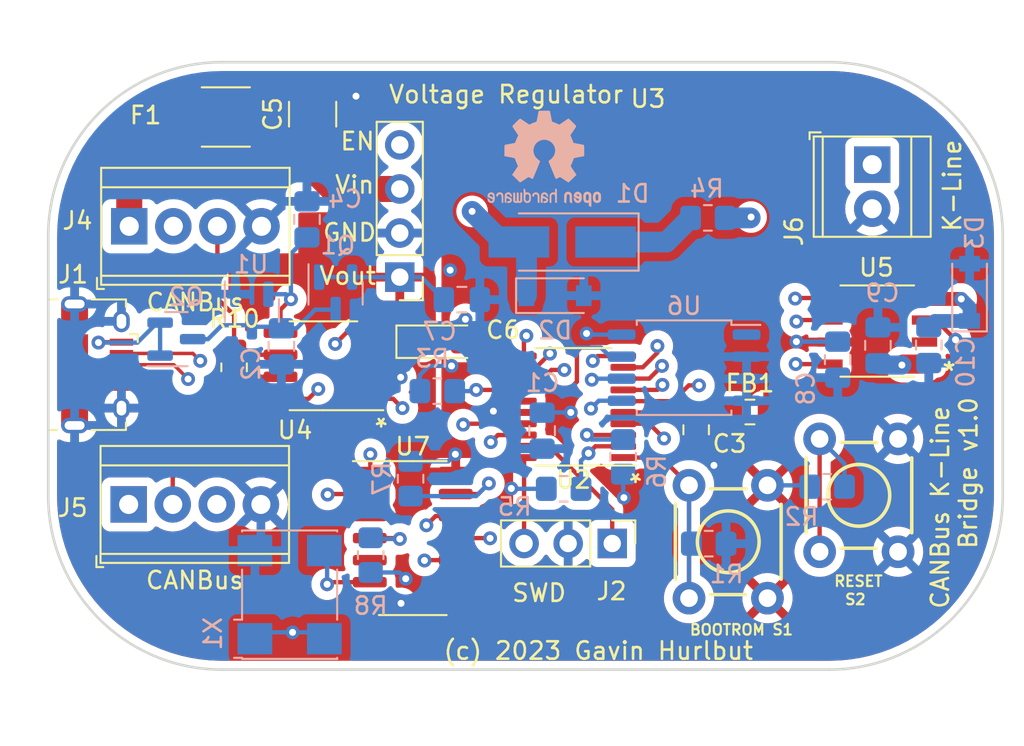
<source format=kicad_pcb>
(kicad_pcb (version 20211014) (generator pcbnew)
  (title_block (title "CANBus K-Line Bridge") (date "2023-03-05") (rev "1.0") (company "Gavin Hurlbut"))
  (layers (0 "F.Cu" signal) (1 "In1.Cu" signal) (2 "In2.Cu" signal) (31 "B.Cu" signal) (34 "B.Paste" user) (35 "F.Paste" user) (36 "B.SilkS" user "B.Silkscreen") (37 "F.SilkS" user "F.Silkscreen") (38 "B.Mask" user) (39 "F.Mask" user) (44 "Edge.Cuts" user))
  (net 0 "")
  (net 1 "GND")
  (net 2 "+3V3")
  (net 3 "+5VP")
  (net 4 "+12V")
  (net 5 "+5V")
  (net 6 "+BATT")
  (net 7 "VBUS")
  (net 8 "USB_D-")
  (net 9 "USB_D+")
  (net 11 "CANH")
  (net 12 "CANL")
  (net 13 "CAN_RX")
  (net 14 "CAN_TX")
  (net 15 "Net-(R1-Pad1)")
  (net 16 "CAN_STBY")
  (net 17 "ISO_K_LINE")
  (net 18 "Net-(D1-Pad1)")
  (net 19 "K_LINE_EN")
  (net 20 "SWDIO")
  (net 21 "SWDCLK")
  (net 22 "~{RESET}")
  (net 23 "K_LINE_TX")
  (net 25 "/VDDA")
  (net 26 "K_LINE_RX")
  (net 28 "/VBB")
  (net 29 "SDA")
  (net 30 "SCL")
  (net 32 "/Net-(R1-Pad1)")
  (net 33 "~{SPI_SS}")
  (net 34 "SCK")
  (net 35 "MISO")
  (net 36 "MOSI")
  (net 39 "Net-(U7-Pad6)")
  (net 42 "~{CAN_INT}")
  (footprint "TerminalBlock_TE-Connectivity:TerminalBlock_TE_282834-4_1x04_P2.54mm_Horizontal" (layer "F.Cu") (at 59.625 94.1)
    (fp_text reference "J5")
    (fp_text value "CANBus")
  )
  (footprint "Connector_PinHeader_2.54mm:PinHeader_1x03_P2.54mm_Vertical" (layer "F.Cu") (at 87.49 96.35 -90)
    (fp_text reference "J2")
    (fp_text value "SWD")
  )
  (footprint "Resistor_SMD:R_0805_2012Metric_Pad1.20x1.40mm_HandSolder" (layer "F.Cu") (at 65.7 86.2 90)
    (fp_text reference "R10")
    (fp_text value "120R")
  )
  (footprint "Capacitor_SMD:C_0805_2012Metric_Pad1.18x1.45mm_HandSolder" (layer "F.Cu") (at 92.325 89.8 -90)
    (fp_text reference "C3")
    (fp_text value "100nF")
  )
  (footprint "SparkFun-Switches:TACTILE_SWITCH_PTH_6.0MM" (layer "F.Cu") (at 94.175 96.25 -90)
    (fp_text reference "S1")
    (fp_text value "BOOTROM")
  )
  (footprint "Resistor_SMD:R_1812_4532Metric_Pad1.30x3.40mm_HandSolder" (layer "F.Cu") (at 65.225 71.775)
    (fp_text reference "F1")
    (fp_text value "3A Polyfuse")
  )
  (footprint "Capacitor_Tantalum_SMD:CP_EIA-3216-10_Kemet-I_Pad1.58x1.35mm_HandSolder" (layer "F.Cu") (at 77.5375 84.725)
    (fp_text reference "C6")
    (fp_text value "100uF Ta 6V")
  )
  (footprint "Package_SO:SOIC-14_3.9x8.7mm_P1.27mm" (layer "F.Cu") (at 75.995 96.04)
    (fp_text reference "U7")
    (fp_text value "MCP2517FD")
  )
  (footprint "TerminalBlock_TE-Connectivity:TerminalBlock_TE_282834-2_1x02_P2.54mm_Horizontal" (layer "F.Cu") (at 102.47 74.52 -90)
    (fp_text reference "J6")
    (fp_text value "K-Line")
  )
  (footprint "TerminalBlock_TE-Connectivity:TerminalBlock_TE_282834-4_1x04_P2.54mm_Horizontal" (layer "F.Cu") (at 59.66 78.075)
    (fp_text reference "J4")
    (fp_text value "CANBus")
  )
  (footprint "Capacitor_SMD:C_1210_3225Metric_Pad1.33x2.70mm_HandSolder" (layer "F.Cu") (at 70.225 71.6125 90)
    (fp_text reference "C5")
    (fp_text value "10uF 100V")
  )
  (footprint "Package_SO:TSSOP-20_4.4x6.5mm_P0.65mm" (layer "F.Cu") (at 85.2625 88.475 180)
    (fp_text reference "U2")
    (fp_text value "STM32F042F6Px")
  )
  (footprint "Beirdo:Switching_Regulator_Module" (layer "F.Cu") (at 75.275 81.1 180)
    (fp_text reference "U3")
    (fp_text value "Voltage Regulator")
  )
  (footprint "SparkFun-Switches:TACTILE_SWITCH_PTH_6.0MM" (layer "F.Cu") (at 101.7 93.575 -90)
    (fp_text reference "S2")
    (fp_text value "RESET")
  )
  (footprint "Connector_USB:USB_Micro-B_Amphenol_10118194_Horizontal" (layer "F.Cu") (at 57.81 86.05 -90)
    (fp_text reference "J1")
    (fp_text value "USB_B_Micro")
  )
  (footprint "Beirdo:Altoid-Board-Outline" (layer "F.Cu") (at 55.05 68.6)
    (fp_text reference "BOARD" hide)
    (fp_text value "Altoid-Board-Outline")
    (fp_line (start 9.941268 0.017468) (end 44.941268 0.017468) (layer "Edge.Cuts") (width 0.15))
    (fp_line (start 54.941268 10.017468) (end 54.941268 25.017468) (layer "Edge.Cuts") (width 0.15))
    (fp_line (start -0.058732 10.017468) (end -0.058732 25.017468) (layer "Edge.Cuts") (width 0.15))
    (fp_line (start 9.941268 35.017468) (end 44.941268 35.017468) (layer "Edge.Cuts") (width 0.15))
    (fp_arc (start 54.941268 25.017468) (mid 52.012336 32.088536) (end 44.941268 35.017468) (layer "Edge.Cuts") (width 0.15))
    (fp_arc (start 9.941268 35.017468) (mid 2.870199 32.088536) (end -0.058732 25.017468) (layer "Edge.Cuts") (width 0.15))
    (fp_arc (start 44.941268 0.017468) (mid 52.012334 2.9464) (end 54.941268 10.017468) (layer "Edge.Cuts") (width 0.15))
    (fp_arc (start -0.058732 10.017468) (mid 2.8702 2.9464) (end 9.941268 0.017468) (layer "Edge.Cuts") (width 0.15))
  )
  (footprint "Inductor_SMD:L_0805_2012Metric_Pad1.15x1.40mm_HandSolder" (layer "F.Cu") (at 95.425 88.775)
    (fp_text reference "FB1")
    (fp_text value "Ferrite")
  )
  (footprint "Package_SO:SOIC-8_3.9x4.9mm_P1.27mm" (layer "F.Cu") (at 70.85 86.11 180)
    (fp_text reference "U4")
    (fp_text value "MCP2562HD")
  )
  (footprint "UltraLibrarian:MC33660BEFR2" (layer "F.Cu") (at 102.76 84.11 180)
    (fp_text reference "U5")
    (fp_text value "MC33660BEFR2")
  )
  (footprint "Capacitor_SMD:C_0805_2012Metric_Pad1.18x1.45mm_HandSolder" (layer "B.Cu") (at 78.825 82.3)
    (fp_text reference "C7")
    (fp_text value "10uF")
  )
  (footprint "Package_TO_SOT_SMD:SOT-23" (layer "B.Cu") (at 66.725 82.925 -90)
    (fp_text reference "U1")
    (fp_text value "MCP1754S-3302xCB")
  )
  (footprint "Package_SO:SOIC-8_5.23x5.23mm_P1.27mm" (layer "B.Cu") (at 91.63 86.22 180)
    (fp_text reference "U6")
    (fp_text value "CY15E004J")
  )
  (footprint "Resistor_SMD:R_0805_2012Metric_Pad1.20x1.40mm_HandSolder" (layer "B.Cu") (at 93.05 96.36)
    (fp_text reference "R1")
    (fp_text value "10k")
  )
  (footprint "Capacitor_SMD:C_0805_2012Metric_Pad1.18x1.45mm_HandSolder" (layer "B.Cu") (at 83.45 89.85 90)
    (fp_text reference "C1")
    (fp_text value "100nF")
  )
  (footprint "Capacitor_SMD:C_0805_2012Metric_Pad1.18x1.45mm_HandSolder" (layer "B.Cu") (at 105.73 84.9175 -90)
    (fp_text reference "C10")
    (fp_text value "5nF")
  )
  (footprint "Resistor_SMD:R_0805_2012Metric_Pad1.20x1.40mm_HandSolder" (layer "B.Cu") (at 93 77.59)
    (fp_text reference "R4")
    (fp_text value "510R")
  )
  (footprint "Capacitor_SMD:C_0805_2012Metric_Pad1.18x1.45mm_HandSolder" (layer "B.Cu") (at 69.9 77.675 90)
    (fp_text reference "C4")
    (fp_text value "1uF")
  )
  (footprint "Resistor_SMD:R_0805_2012Metric_Pad1.20x1.40mm_HandSolder" (layer "B.Cu") (at 77.41 87.57)
    (fp_text reference "R3")
    (fp_text value "100k")
  )
  (footprint "Resistor_SMD:R_0805_2012Metric_Pad1.20x1.40mm_HandSolder" (layer "B.Cu") (at 88.12 91.36 90)
    (fp_text reference "R6")
    (fp_text value "10k")
  )
  (footprint "Capacitor_SMD:C_0805_2012Metric_Pad1.18x1.45mm_HandSolder" (layer "B.Cu") (at 68.425 84.9875 -90)
    (fp_text reference "C2")
    (fp_text value "1uF")
  )
  (footprint "Package_TO_SOT_SMD:SOT-23" (layer "B.Cu") (at 62.375 84.575)
    (fp_text reference "Q2")
    (fp_text value "2N7002")
  )
  (footprint "Diode_SMD:D_SOD-123" (layer "B.Cu") (at 84.2 82.07)
    (fp_text reference "D2")
    (fp_text value "MMSZ5260C-E3-08")
  )
  (footprint "Capacitor_SMD:C_0805_2012Metric_Pad1.18x1.45mm_HandSolder" (layer "B.Cu") (at 102.8 84.9325 90)
    (fp_text reference "C9")
    (fp_text value "10nF")
  )
  (footprint "Oscillator:Oscillator_SMD_Abracon_ASV-4Pin_7.0x5.1mm" (layer "B.Cu") (at 68.9 99.3 90)
    (fp_text reference "X1")
    (fp_text value "ASV-20.000MHZ-EJ-T")
  )
  (footprint "Resistor_SMD:R_0805_2012Metric_Pad1.20x1.40mm_HandSolder" (layer "B.Cu") (at 84.69 93.2)
    (fp_text reference "R5")
    (fp_text value "10k")
  )
  (footprint "Symbol:OSHW-Logo2_7.3x6mm_SilkScreen" (layer "B.Cu") (at 83.575 74.175 180)
    (fp_text reference "REF**" hide)
    (fp_text value "OSHW-Logo2_7.3x6mm_SilkScreen" hide)
  )
  (footprint "Package_TO_SOT_SMD:SOT-23" (layer "B.Cu") (at 71.55 81.9375 -90)
    (fp_text reference "Q1")
    (fp_text value "2N7002")
  )
  (footprint "Resistor_SMD:R_0805_2012Metric_Pad1.20x1.40mm_HandSolder" (layer "B.Cu") (at 73.57 97.02 90)
    (fp_text reference "R8")
    (fp_text value "10k")
  )
  (footprint "Diode_SMD:D_SOD-123" (layer "B.Cu") (at 108.08 81.88 90)
    (fp_text reference "D3")
    (fp_text value "BZT52C27-7-F")
  )
  (footprint "Resistor_SMD:R_0805_2012Metric_Pad1.20x1.40mm_HandSolder" (layer "B.Cu") (at 75.87 92.62 -90)
    (fp_text reference "R7")
    (fp_text value "10k")
  )
  (footprint "Capacitor_SMD:C_0805_2012Metric_Pad1.18x1.45mm_HandSolder" (layer "B.Cu") (at 100.48 85.7575 -90)
    (fp_text reference "C8")
    (fp_text value "100nF")
  )
  (footprint "Resistor_SMD:R_0805_2012Metric_Pad1.20x1.40mm_HandSolder" (layer "B.Cu") (at 99.87 93.08)
    (fp_text reference "R2")
    (fp_text value "10k")
  )
  (footprint "Diode_SMD:D_SMA_Handsoldering" (layer "B.Cu") (at 84.61 78.98 180)
    (fp_text reference "D1")
    (fp_text value "BYS10-35")
  )
  (gr_text "CANBus K-Line\nBridge" (at 107.19 94.27 90) (layer "F.SilkS") (effects (font (size 1 1))))
  (gr_text "v1.0" (at 108.02 89.5 90) (layer "F.SilkS") (effects (font (size 1 1))))
  (gr_text "(c) 2023 Gavin Hurlbut" (at 86.69 102.53) (layer "F.SilkS") (effects (font (size 1 1))))
  (segment (start 78.975 83.485) (end 78.975 84.725) (width 0.25) (layer "F.Cu") (net 1))
  (segment (start 106.135 83.475) (end 107.27 84.61) (width 0.25) (layer "F.Cu") (net 1))
  (segment (start 70.225 70.05) (end 72.2 70.05) (width 1.5) (layer "F.Cu") (net 1))
  (segment (start 79.03 83.43) (end 78.975 83.485) (width 0.25) (layer "F.Cu") (net 1))
  (segment (start 75.3 86.775) (end 73.355 86.775) (width 0.25) (layer "F.Cu") (net 1))
  (segment (start 81.2155 88.15) (end 82.4 88.15) (width 0.25) (layer "F.Cu") (net 1))
  (segment (start 75.27 99.85) (end 75.32 99.8) (width 0.25) (layer "F.Cu") (net 1))
  (segment (start 92.3375 90.8375) (end 93.35 91.85) (width 0.25) (layer "F.Cu") (net 1))
  (segment (start 72.2 70.05) (end 72.725 70.575) (width 1.5) (layer "F.Cu") (net 1))
  (segment (start 73.52 99.85) (end 75.27 99.85) (width 0.25) (layer "F.Cu") (net 1))
  (segment (start 73.355 86.775) (end 73.325 86.745) (width 0.25) (layer "F.Cu") (net 1))
  (segment (start 92.325 90.8375) (end 92.3375 90.8375) (width 0.25) (layer "F.Cu") (net 1))
  (segment (start 56.51 87.05) (end 56.51 89.55) (width 0.25) (layer "F.Cu") (net 1))
  (segment (start 56.51 85.05) (end 56.51 82.55) (width 0.25) (layer "F.Cu") (net 1))
  (segment (start 59.21 87.35) (end 59.21 88.55) (width 0.25) (layer "F.Cu") (net 1))
  (segment (start 80.64 88.7255) (end 81.2155 88.15) (width 0.25) (layer "F.Cu") (net 1))
  (segment (start 105.48415 83.475) (end 106.135 83.475) (width 0.25) (layer "F.Cu") (net 1))
  (via (at 75.32 99.8) (size 0.8) (drill 0.4) (layers "F.Cu" "B.Cu") (net 1))
  (via (at 80.64 88.7255) (size 0.8) (drill 0.4) (layers "F.Cu" "B.Cu") (net 1))
  (via (at 72.725 70.575) (size 0.8) (drill 0.4) (layers "F.Cu" "B.Cu") (net 1))
  (via (at 107.27 84.61) (size 0.8) (drill 0.4) (layers "F.Cu" "B.Cu") (net 1))
  (via (at 93.35 91.85) (size 0.8) (drill 0.4) (layers "F.Cu" "B.Cu") (net 1))
  (via (at 79.03 83.43) (size 0.8) (drill 0.4) (layers "F.Cu" "B.Cu") (net 1))
  (via (at 75.3 86.775) (size 0.8) (drill 0.4) (layers "F.Cu" "B.Cu") (net 1))
  (segment (start 67.245 96.175) (end 67.03 96.39) (width 0.25) (layer "B.Cu") (net 1))
  (segment (start 95.23 88.125) (end 95.23 86.855) (width 0.25) (layer "B.Cu") (net 1))
  (segment locked (start 86.84 85.06) (end 85.07 85.06) (width 0.25) (layer "B.Cu") (net 1))
  (segment locked (start 88.03 85.585) (end 87.365 85.585) (width 0.25) (layer "B.Cu") (net 1))
  (segment (start 67.245 94.1) (end 67.245 96.175) (width 0.5) (layer "B.Cu") (net 1))
  (segment locked (start 87.365 85.585) (end 86.85 85.07) (width 0.25) (layer "B.Cu") (net 1))
  (segment (start 86.85 85.07) (end 86.84 85.06) (width 0.25) (layer "B.Cu") (net 1))
  (segment (start 78.47 92.23) (end 78.47 91.2295) (width 0.25) (layer "F.Cu") (net 2))
  (segment locked (start 85.455 87.025) (end 85.455 84.720305) (width 0.25) (layer "F.Cu") (net 2))
  (segment (start 85.41 87.07) (end 85.455 87.025) (width 0.25) (layer "F.Cu") (net 2))
  (segment locked (start 84.73 87.51) (end 84.97 87.51) (width 0.25) (layer "F.Cu") (net 2))
  (segment (start 98.125 84.745) (end 98.1 84.72) (width 0.25) (layer "F.Cu") (net 2))
  (segment (start 68.375 82.875) (end 68.975 82.275) (width 0.25) (layer "F.Cu") (net 2))
  (segment (start 68.375 84.205) (end 68.375 82.875) (width 0.25) (layer "F.Cu") (net 2))
  (segment locked (start 84.97 87.51) (end 85.41 87.07) (width 0.25) (layer "F.Cu") (net 2))
  (segment locked (start 85.455 84.720305) (end 85.427347 84.692652) (width 0.25) (layer "F.Cu") (net 2))
  (segment locked (start 82.4 88.8) (end 84.7 88.8) (width 0.25) (layer "F.Cu") (net 2))
  (segment (start 100.03585 84.745) (end 98.125 84.745) (width 0.25) (layer "F.Cu") (net 2))
  (segment (start 84.7 88.8) (end 85.1 88.8) (width 0.25) (layer "F.Cu") (net 2))
  (segment (start 78.47 91.2295) (end 78.45 91.2095) (width 0.25) (layer "F.Cu") (net 2))
  (via (at 78.15 80.6) (size 0.8) (drill 0.4) (layers "F.Cu" "B.Cu") (net 2))
  (via (at 86.01 84.25) (size 0.8) (drill 0.4) (layers "F.Cu" "B.Cu") (net 2))
  (via (at 85.1 88.8) (size 0.8) (drill 0.4) (layers "F.Cu" "B.Cu") (net 2))
  (via (at 88.16 93.71) (size 0.8) (drill 0.4) (layers "F.Cu" "B.Cu") (net 2))
  (via (at 81.6745 93.18) (size 0.8) (drill 0.4) (layers "F.Cu" "B.Cu") (net 2))
  (via (at 78.23 86.12) (size 0.8) (drill 0.4) (layers "F.Cu" "B.Cu") (net 2))
  (via (at 98.1 84.72) (size 0.8) (drill 0.4) (layers "F.Cu" "B.Cu") (net 2))
  (via (at 78.45 91.2095) (size 0.8) (drill 0.4) (layers "F.Cu" "B.Cu") (net 2))
  (via (at 69.07 101.47) (size 0.8) (drill 0.4) (layers "F.Cu" "B.Cu") (net 2))
  (via (at 68.975 82.275) (size 0.8) (drill 0.4) (layers "F.Cu" "B.Cu") (net 2))
  (via (at 75.59 98.38) (size 0.8) (drill 0.4) (layers "F.Cu" "B.Cu") (net 2))
  (segment (start 86.075 84.315) (end 86.01 84.25) (width 0.25) (layer "B.Cu") (net 2))
  (segment (start 76.41 86.64) (end 76.93 86.12) (width 0.25) (layer "B.Cu") (net 2))
  (segment (start 83.4625 88.8) (end 83.45 88.8125) (width 0.25) (layer "B.Cu") (net 2))
  (segment (start 88.12 93.67) (end 88.12 92.36) (width 0.25) (layer "B.Cu") (net 2))
  (segment (start 76.93 86.12) (end 78.23 86.12) (width 0.25) (layer "B.Cu") (net 2))
  (segment (start 71.03 101.47) (end 67.03 101.47) (width 0.25) (layer "B.Cu") (net 2))
  (segment (start 68.6875 81.9875) (end 68.975 82.275) (width 0.25) (layer "B.Cu") (net 2))
  (segment (start 78.0395 91.62) (end 78.45 91.2095) (width 0.25) (layer "B.Cu") (net 2))
  (segment (start 81.6945 93.2) (end 81.6745 93.18) (width 0.25) (layer "B.Cu") (net 2))
  (segment (start 85.1 88.8) (end 83.4625 88.8) (width 0.25) (layer "B.Cu") (net 2))
  (segment (start 98.1 84.72) (end 100.48 84.72) (width 0.25) (layer "B.Cu") (net 2))
  (segment (start 75.23 98.02) (end 75.59 98.38) (width 0.25) (layer "B.Cu") (net 2))
  (segment (start 67.675 81.9875) (end 68.6875 81.9875) (width 0.25) (layer "B.Cu") (net 2))
  (segment (start 88.16 93.71) (end 88.12 93.67) (width 0.25) (layer "B.Cu") (net 2))
  (segment (start 68.975 79.65) (end 68.975 82.275) (width 0.25) (layer "B.Cu") (net 2))
  (segment (start 83.69 93.2) (end 81.6945 93.2) (width 0.25) (layer "B.Cu") (net 2))
  (segment (start 75.87 91.62) (end 78.0395 91.62) (width 0.25) (layer "B.Cu") (net 2))
  (segment (start 76.41 87.57) (end 76.41 86.64) (width 0.25) (layer "B.Cu") (net 2))
  (segment (start 96.4356 92.9988) (end 98.7888 92.9988) (width 0.25) (layer "B.Cu") (net 2))
  (segment (start 69.9 78.725) (end 68.975 79.65) (width 0.25) (layer "B.Cu") (net 2))
  (segment (start 88.03 84.315) (end 86.075 84.315) (width 0.25) (layer "B.Cu") (net 2))
  (segment (start 73.57 98.02) (end 75.23 98.02) (width 0.25) (layer "B.Cu") (net 2))
  (segment (start 69.9 78.7125) (end 69.9 78.725) (width 0.25) (layer "B.Cu") (net 2))
  (segment (start 98.7888 92.9988) (end 98.87 93.08) (width 0.25) (layer "B.Cu") (net 2))
  (segment (start 63.3125 84.575) (end 64.2 84.575) (width 0.25) (layer "B.Cu") (net 3))
  (segment (start 64.2 84.575) (end 65 83.775) (width 0.25) (layer "B.Cu") (net 3))
  (segment (start 68.425 83.95) (end 69.3 83.95) (width 0.25) (layer "B.Cu") (net 3))
  (segment (start 65 83.775) (end 66.675 83.775) (width 0.25) (layer "B.Cu") (net 3))
  (segment (start 70.375 82.875) (end 71.55 82.875) (width 0.25) (layer "B.Cu") (net 3))
  (segment (start 69.3 83.95) (end 70.375 82.875) (width 0.25) (layer "B.Cu") (net 3))
  (segment (start 68.3375 83.8625) (end 68.425 83.95) (width 0.25) (layer "B.Cu") (net 3))
  (segment (start 66.725 83.8625) (end 68.3375 83.8625) (width 0.25) (layer "B.Cu") (net 3))
  (segment (start 71.3976 75.9226) (end 75.2473 75.9226) (width 1.5) (layer "F.Cu") (net 4))
  (segment (start 67.45 71.775) (end 68.85 73.175) (width 1.5) (layer "F.Cu") (net 4))
  (segment (start 68.85 73.175) (end 70.225 73.175) (width 1.5) (layer "F.Cu") (net 4))
  (segment (start 70.225 74.75) (end 71.3976 75.9226) (width 1.5) (layer "F.Cu") (net 4))
  (segment (start 70.225 73.175) (end 70.225 74.75) (width 1.5) (layer "F.Cu") (net 4))
  (via (at 79.415 77.215) (size 0.8) (drill 0.4) (layers "F.Cu" "B.Cu") (net 4))
  (segment (start 82.11 78.98) (end 81.18 78.98) (width 1.5) (layer "B.Cu") (net 4))
  (segment (start 81.18 78.98) (end 79.415 77.215) (width 1.2) (layer "B.Cu") (net 4))
  (segment (start 82.55 82.07) (end 82.55 79.42) (width 1.2) (layer "B.Cu") (net 4))
  (segment (start 82.55 79.42) (end 82.11 78.98) (width 0.25) (layer "B.Cu") (net 4))
  (segment (start 73.325 85.475) (end 75.35 85.475) (width 0.25) (layer "F.Cu") (net 5))
  (segment (start 75.35 85.475) (end 76.1 84.725) (width 0.25) (layer "F.Cu") (net 5))
  (segment (start 77.7875 82.3) (end 76.4901 81.0026) (width 0.25) (layer "B.Cu") (net 5))
  (segment (start 72.5 81) (end 72.5026 81.0026) (width 0.25) (layer "B.Cu") (net 5))
  (segment (start 72.5 81) (end 70.6 81) (width 0.25) (layer "B.Cu") (net 5))
  (segment (start 76.4901 81.0026) (end 75.2473 81.0026) (width 0.25) (layer "B.Cu") (net 5))
  (segment (start 72.5026 81.0026) (end 75.2473 81.0026) (width 0.25) (layer "B.Cu") (net 5))
  (segment (start 59.625 78.11) (end 59.66 78.075) (width 0.25) (layer "F.Cu") (net 6))
  (segment (start 59.66 72.84) (end 60.725 71.775) (width 1.5) (layer "F.Cu") (net 6))
  (segment (start 59.66 78.075) (end 59.66 72.84) (width 1.5) (layer "F.Cu") (net 6))
  (segment (start 60.725 71.775) (end 63 71.775) (width 1.5) (layer "F.Cu") (net 6))
  (segment (start 57.909502 84.75) (end 57.884502 84.775) (width 0.25) (layer "F.Cu") (net 7))
  (segment (start 59.21 84.75) (end 57.909502 84.75) (width 0.25) (layer "F.Cu") (net 7))
  (via (at 57.884502 84.775) (size 0.8) (drill 0.4) (layers "F.Cu" "B.Cu") (net 7))
  (segment (start 57.884502 84.775) (end 60.125 84.775) (width 0.25) (layer "B.Cu") (net 7))
  (segment (start 60.125 84.775) (end 61.275 83.625) (width 0.25) (layer "B.Cu") (net 7))
  (segment (start 61.4375 85.525) (end 61.4375 83.625) (width 0.25) (layer "B.Cu") (net 7))
  (segment (start 61.275 83.625) (end 61.4375 83.625) (width 0.25) (layer "B.Cu") (net 7))
  (segment (start 59.21 85.4) (end 63.325 85.4) (width 0.2) (layer "F.Cu") (net 8))
  (segment (start 78.9 89.5) (end 78.95 89.45) (width 0.25) (layer "F.Cu") (net 8))
  (segment (start 63.325 85.4) (end 63.75 85.825) (width 0.2) (layer "F.Cu") (net 8))
  (segment (start 78.95 89.45) (end 82.4 89.45) (width 0.25) (layer "F.Cu") (net 8))
  (via (at 78.9 89.5) (size 0.8) (drill 0.4) (layers "F.Cu" "B.Cu") (net 8))
  (via (at 63.75 85.825) (size 0.8) (drill 0.4) (layers "F.Cu" "B.Cu") (net 8))
  (segment (start 80.49 90.51) (end 80.9 90.1) (width 0.25) (layer "F.Cu") (net 9))
  (segment (start 62.225 86.05) (end 63.05 86.875) (width 0.2) (layer "F.Cu") (net 9))
  (segment (start 59.21 86.05) (end 62.225 86.05) (width 0.2) (layer "F.Cu") (net 9))
  (segment (start 80.9 90.1) (end 82.4 90.1) (width 0.25) (layer "F.Cu") (net 9))
  (via (at 63.05 86.875) (size 0.8) (drill 0.4) (layers "F.Cu" "B.Cu") (net 9))
  (via (at 80.49 90.51) (size 0.8) (drill 0.4) (layers "F.Cu" "B.Cu") (net 9))
  (segment (start 65.7 87.2) (end 65.7 89) (width 0.25) (layer "F.Cu") (net 11))
  (segment (start 65.7 89) (end 62.165 92.535) (width 0.25) (layer "F.Cu") (net 11))
  (segment (start 66.155 86.745) (end 65.7 87.2) (width 0.25) (layer "F.Cu") (net 11))
  (segment (start 68.375 86.745) (end 66.155 86.745) (width 0.25) (layer "F.Cu") (net 11))
  (segment (start 62.165 92.535) (end 62.165 94.1) (width 0.25) (layer "F.Cu") (net 11))
  (segment (start 64.74 82.24) (end 64.74 78.075) (width 0.25) (layer "F.Cu") (net 12))
  (segment (start 65.7 83.2) (end 64.74 82.24) (width 0.25) (layer "F.Cu") (net 12))
  (segment (start 65.7 85.2) (end 65.7 83.2) (width 0.25) (layer "F.Cu") (net 12))
  (segment (start 68.375 85.475) (end 65.975 85.475) (width 0.25) (layer "F.Cu") (net 12))
  (segment (start 65.975 85.475) (end 65.7 85.2) (width 0.25) (layer "F.Cu") (net 12))
  (segment (start 73.325 84.205) (end 72.17 84.205) (width 0.25) (layer "F.Cu") (net 13))
  (segment (start 73.52 93.5) (end 71.12 93.5) (width 0.25) (layer "F.Cu") (net 13))
  (segment (start 72.17 84.205) (end 71.525 84.85) (width 0.25) (layer "F.Cu") (net 13))
  (segment (start 71.12 93.5) (end 71.09 93.53) (width 0.25) (layer "F.Cu") (net 13))
  (via (at 71.09 93.53) (size 0.8) (drill 0.4) (layers "F.Cu" "B.Cu") (net 13))
  (via (at 71.525 84.85) (size 0.8) (drill 0.4) (layers "F.Cu" "B.Cu") (net 13))
  (segment (start 74.865 88.015) (end 75.4 88.55) (width 0.25) (layer "F.Cu") (net 14))
  (segment (start 73.325 88.015) (end 74.865 88.015) (width 0.25) (layer "F.Cu") (net 14))
  (segment (start 73.55 92.2) (end 73.52 92.23) (width 0.25) (layer "F.Cu") (net 14))
  (segment (start 73.55 91.2095) (end 73.55 92.2) (width 0.25) (layer "F.Cu") (net 14))
  (via (at 73.55 91.2095) (size 0.8) (drill 0.4) (layers "F.Cu" "B.Cu") (net 14))
  (via (at 75.4 88.55) (size 0.8) (drill 0.4) (layers "F.Cu" "B.Cu") (net 14))
  (segment (start 88.125 91.4) (end 90.3156 91.4) (width 0.25) (layer "F.Cu") (net 15))
  (segment (start 91.9144 92.9988) (end 91.9144 99.5012) (width 0.25) (layer "F.Cu") (net 15))
  (segment (start 90.3156 91.4) (end 91.9144 92.9988) (width 0.25) (layer "F.Cu") (net 15))
  (segment (start 92.05 96.36) (end 91.9144 96.2244) (width 0.25) (layer "B.Cu") (net 15))
  (segment (start 91.9144 99.5012) (end 91.9144 96.4956) (width 0.25) (layer "B.Cu") (net 15))
  (segment (start 91.9144 96.4956) (end 92.05 96.36) (width 0.25) (layer "B.Cu") (net 15))
  (segment (start 91.9144 96.2244) (end 91.9144 92.9988) (width 0.25) (layer "B.Cu") (net 15))
  (segment (start 68.375 88.015) (end 69.985 88.015) (width 0.25) (layer "F.Cu") (net 16))
  (segment (start 69.985 88.015) (end 70.55 87.45) (width 0.25) (layer "F.Cu") (net 16))
  (segment (start 79.625 87.525) (end 79.65 87.5) (width 0.25) (layer "F.Cu") (net 16))
  (segment (start 82.4 87.5) (end 79.65 87.5) (width 0.25) (layer "F.Cu") (net 16))
  (via (at 70.55 87.45) (size 0.8) (drill 0.4) (layers "F.Cu" "B.Cu") (net 16))
  (via (at 79.65 87.5) (size 0.8) (drill 0.4) (layers "F.Cu" "B.Cu") (net 16))
  (segment (start 78.41 87.57) (end 79.58 87.57) (width 0.25) (layer "B.Cu") (net 16))
  (segment (start 79.58 87.57) (end 79.65 87.5) (width 0.25) (layer "B.Cu") (net 16))
  (segment (start 105.53915 82.26) (end 105.48415 82.205) (width 0.8) (layer "F.Cu") (net 17))
  (segment (start 107.6 82.26) (end 105.53915 82.26) (width 0.8) (layer "F.Cu") (net 17))
  (via (at 107.6 82.26) (size 0.8) (drill 0.4) (layers "F.Cu" "B.Cu") (net 17))
  (segment (start 108.08 82.74) (end 107.6 82.26) (width 0.8) (layer "B.Cu") (net 17))
  (segment (start 105.73 83.88) (end 106.08 83.53) (width 0.8) (layer "B.Cu") (net 17))
  (segment (start 106.08 83.53) (end 108.08 83.53) (width 0.8) (layer "B.Cu") (net 17))
  (segment (start 108.08 83.53) (end 108.08 82.74) (width 0.8) (layer "B.Cu") (net 17))
  (segment (start 90.61 78.98) (end 92 77.59) (width 1.2) (layer "B.Cu") (net 18))
  (segment (start 87.11 78.98) (end 90.61 78.98) (width 1.2) (layer "B.Cu") (net 18))
  (segment (start 91.9 87.24) (end 90.99 88.15) (width 0.25) (layer "F.Cu") (net 19))
  (segment (start 92.49 87.24) (end 91.9 87.24) (width 0.25) (layer "F.Cu") (net 19))
  (segment (start 98.065 86.015) (end 98.06 86.01) (width 0.25) (layer "F.Cu") (net 19))
  (segment (start 100.03585 86.015) (end 98.065 86.015) (width 0.25) (layer "F.Cu") (net 19))
  (segment (start 90.99 88.15) (end 88.125 88.15) (width 0.25) (layer "F.Cu") (net 19))
  (via (at 92.49 87.24) (size 0.8) (drill 0.4) (layers "F.Cu" "B.Cu") (net 19))
  (via (at 98.06 86.01) (size 0.8) (drill 0.4) (layers "F.Cu" "B.Cu") (net 19))
  (segment (start 82.4 90.75) (end 83.85 90.75) (width 0.25) (layer "F.Cu") (net 20))
  (segment (start 83.85 90.75) (end 87.49 94.39) (width 0.25) (layer "F.Cu") (net 20))
  (segment (start 87.49 94.39) (end 87.49 96.35) (width 0.25) (layer "F.Cu") (net 20))
  (segment (start 82.4 91.4) (end 82.41 91.41) (width 0.25) (layer "F.Cu") (net 21))
  (segment (start 82.41 91.41) (end 82.41 96.35) (width 0.25) (layer "F.Cu") (net 21))
  (segment (start 89.625 89.45) (end 90.475 90.3) (width 0.25) (layer "F.Cu") (net 22))
  (segment (start 99.4394 90.3238) (end 99.4394 96.8262) (width 0.25) (layer "F.Cu") (net 22))
  (segment (start 88.125 89.45) (end 89.625 89.45) (width 0.25) (layer "F.Cu") (net 22))
  (via (at 90.475 90.3) (size 0.8) (drill 0.4) (layers "F.Cu" "B.Cu") (net 22))
  (segment (start 99.4382 90.325) (end 99.4394 90.3238) (width 0.25) (layer "B.Cu") (net 22))
  (segment (start 100.87 93.08) (end 100.87 91.7544) (width 0.25) (layer "B.Cu") (net 22))
  (segment (start 100.87 91.7544) (end 99.4394 90.3238) (width 0.25) (layer "B.Cu") (net 22))
  (segment (start 98.065 82.205) (end 98.03 82.24) (width 0.25) (layer "F.Cu") (net 23))
  (segment (start 89.624598 86.85) (end 88.125 86.85) (width 0.25) (layer "F.Cu") (net 23))
  (segment (start 90.357299 86.117299) (end 89.624598 86.85) (width 0.25) (layer "F.Cu") (net 23))
  (segment (start 100.03585 82.205) (end 98.065 82.205) (width 0.25) (layer "F.Cu") (net 23))
  (via (at 98.03 82.24) (size 0.8) (drill 0.4) (layers "F.Cu" "B.Cu") (net 23))
  (via (at 90.357299 86.117299) (size 0.8) (drill 0.4) (layers "F.Cu" "B.Cu") (net 23))
  (segment (start 92.2875 88.8) (end 92.325 88.7625) (width 0.25) (layer "F.Cu") (net 25))
  (segment (start 88.125 88.8) (end 92.2875 88.8) (width 0.25) (layer "F.Cu") (net 25))
  (segment (start 94.4 88.775) (end 92.3375 88.775) (width 0.25) (layer "F.Cu") (net 25))
  (segment (start 92.3375 88.775) (end 92.325 88.7625) (width 0.25) (layer "F.Cu") (net 25))
  (segment (start 90.09 84.97) (end 90.09 85.36) (width 0.25) (layer "F.Cu") (net 26))
  (segment (start 98.185 83.475) (end 98.1 83.56) (width 0.25) (layer "F.Cu") (net 26))
  (segment (start 100.03585 83.475) (end 98.185 83.475) (width 0.25) (layer "F.Cu") (net 26))
  (segment (start 89.25 86.2) (end 88.125 86.2) (width 0.25) (layer "F.Cu") (net 26))
  (segment (start 90.09 85.36) (end 89.25 86.2) (width 0.25) (layer "F.Cu") (net 26))
  (via (at 90.09 84.97) (size 0.8) (drill 0.4) (layers "F.Cu" "B.Cu") (net 26))
  (via (at 98.1 83.56) (size 0.8) (drill 0.4) (layers "F.Cu" "B.Cu") (net 26))
  (segment (start 104.235 86.015) (end 104.18 86.07) (width 0.25) (layer "F.Cu") (net 28))
  (segment (start 105.48415 86.015) (end 104.235 86.015) (width 1.1) (layer "F.Cu") (net 28))
  (via (at 95.49 77.54) (size 0.8) (drill 0.4) (layers "F.Cu" "B.Cu") (net 28))
  (via (at 104.18 86.07) (size 0.8) (drill 0.4) (layers "F.Cu" "B.Cu") (net 28))
  (segment (start 95.44 77.59) (end 95.49 77.54) (width 0.25) (layer "B.Cu") (net 28))
  (segment (start 104.18 86.07) (end 102.9 86.07) (width 1.1) (layer "B.Cu") (net 28))
  (segment (start 94 77.59) (end 95.44 77.59) (width 1.2) (layer "B.Cu") (net 28))
  (segment (start 102.9 86.07) (end 102.8 85.97) (width 0.25) (layer "B.Cu") (net 28))
  (segment (start 94.14 77.53) (end 94.11 77.56) (width 0.25) (layer "B.Cu") (net 28))
  (segment (start 86.52 90.75) (end 86.12 91.15) (width 0.25) (layer "F.Cu") (net 29))
  (segment (start 88.125 90.75) (end 86.52 90.75) (width 0.25) (layer "F.Cu") (net 29))
  (via (at 86.12 91.15) (size 0.8) (drill 0.4) (layers "F.Cu" "B.Cu") (net 29))
  (via (at 86.26 88.58) (size 0.8) (drill 0.4) (layers "F.Cu" "B.Cu") (net 29))
  (segment (start 86.715 88.125) (end 86.26 88.58) (width 0.25) (layer "B.Cu") (net 29))
  (segment (start 85.69 93.2) (end 85.69 91.58) (width 0.25) (layer "B.Cu") (net 29))
  (segment (start 88.03 88.125) (end 86.715 88.125) (width 0.25) (layer "B.Cu") (net 29))
  (segment (start 85.69 91.58) (end 86.12 91.15) (width 0.25) (layer "B.Cu") (net 29))
  (segment (start 88.125 90.1) (end 86.04 90.1) (width 0.25) (layer "F.Cu") (net 30))
  (segment (start 86.04 90.1) (end 86.03 90.09) (width 0.25) (layer "F.Cu") (net 30))
  (via (at 86.311389 86.913209) (size 0.8) (drill 0.4) (layers "F.Cu" "B.Cu") (net 30))
  (via (at 86.03 90.09) (size 0.8) (drill 0.4) (layers "F.Cu" "B.Cu") (net 30))
  (segment (start 88.12 90.36) (end 86.3 90.36) (width 0.25) (layer "B.Cu") (net 30))
  (segment (start 86.369598 86.855) (end 88.03 86.855) (width 0.25) (layer "B.Cu") (net 30))
  (segment (start 86.311389 86.913209) (end 86.369598 86.855) (width 0.25) (layer "B.Cu") (net 30))
  (segment (start 86.3 90.36) (end 86.03 90.09) (width 0.25) (layer "B.Cu") (net 30))
  (segment (start 86.65 85.55) (end 86.37 85.83) (width 0.25) (layer "F.Cu") (net 33))
  (segment (start 80.38 92.89) (end 79.77 93.5) (width 0.25) (layer "F.Cu") (net 33))
  (segment (start 79.77 93.5) (end 78.47 93.5) (width 0.25) (layer "F.Cu") (net 33))
  (segment (start 88.125 85.55) (end 86.65 85.55) (width 0.25) (layer "F.Cu") (net 33))
  (via (at 80.38 92.89) (size 0.8) (drill 0.4) (layers "F.Cu" "B.Cu") (net 33))
  (via (at 86.37 85.83) (size 0.8) (drill 0.4) (layers "F.Cu" "B.Cu") (net 33))
  (segment (start 75.87 93.62) (end 79.65 93.62) (width 0.25) (layer "B.Cu") (net 33))
  (segment (start 79.65 93.62) (end 80.38 92.89) (width 0.25) (layer "B.Cu") (net 33))
  (segment (start 76.69 97.31) (end 76.67 97.33) (width 0.25) (layer "F.Cu") (net 34))
  (segment (start 82.4 84.52) (end 82.54 84.38) (width 0.25) (layer "F.Cu") (net 34))
  (segment (start 78.47 97.31) (end 76.69 97.31) (width 0.25) (layer "F.Cu") (net 34))
  (segment (start 82.4 85.55) (end 82.4 84.52) (width 0.25) (layer "F.Cu") (net 34))
  (via (at 76.67 97.33) (size 0.8) (drill 0.4) (layers "F.Cu" "B.Cu") (net 34))
  (via (at 82.54 84.38) (size 0.8) (drill 0.4) (layers "F.Cu" "B.Cu") (net 34))
  (segment (start 82.4 86.2) (end 83.11 86.2) (width 0.25) (layer "F.Cu") (net 35))
  (segment (start 83.11 86.2) (end 83.9 85.41) (width 0.25) (layer "F.Cu") (net 35))
  (segment (start 78.47 94.77) (end 77.31 94.77) (width 0.25) (layer "F.Cu") (net 35))
  (segment (start 77.31 94.77) (end 76.78 95.3) (width 0.25) (layer "F.Cu") (net 35))
  (via (at 76.78 95.3) (size 0.8) (drill 0.4) (layers "F.Cu" "B.Cu") (net 35))
  (via (at 83.9 85.41) (size 0.8) (drill 0.4) (layers "F.Cu" "B.Cu") (net 35))
  (segment (start 80.44 96.04) (end 80.45 96.05) (width 0.25) (layer "F.Cu") (net 36))
  (segment (start 78.47 96.04) (end 80.44 96.04) (width 0.25) (layer "F.Cu") (net 36))
  (segment (start 83.485305 86.85) (end 83.985305 86.35) (width 0.25) (layer "F.Cu") (net 36))
  (segment (start 83.985305 86.35) (end 84.73 86.35) (width 0.25) (layer "F.Cu") (net 36))
  (segment (start 82.4 86.85) (end 83.485305 86.85) (width 0.25) (layer "F.Cu") (net 36))
  (via (at 84.73 86.35) (size 0.8) (drill 0.4) (layers "F.Cu" "B.Cu") (net 36))
  (via (at 80.45 96.05) (size 0.8) (drill 0.4) (layers "F.Cu" "B.Cu") (net 36))
  (segment (start 73.52 98.58) (end 71.18 98.58) (width 0.25) (layer "F.Cu") (net 39))
  (segment (start 71.18 98.58) (end 71.06 98.7) (width 0.25) (layer "F.Cu") (net 39))
  (via (at 71.06 98.7) (size 0.8) (drill 0.4) (layers "F.Cu" "B.Cu") (net 39))
  (segment (start 71.06 96.42) (end 71.03 96.39) (width 0.25) (layer "B.Cu") (net 39))
  (segment (start 71.06 98.7) (end 71.06 96.42) (width 0.25) (layer "B.Cu") (net 39))
  (segment (start 75.2 96.04) (end 75.25 96.09) (width 0.25) (layer "F.Cu") (net 42))
  (segment (start 88.125 87.5) (end 90.09 87.5) (width 0.25) (layer "F.Cu") (net 42))
  (segment (start 90.09 87.5) (end 90.38 87.21) (width 0.25) (layer "F.Cu") (net 42))
  (segment (start 73.52 96.04) (end 75.2 96.04) (width 0.25) (layer "F.Cu") (net 42))
  (via (at 75.25 96.09) (size 0.8) (drill 0.4) (layers "F.Cu" "B.Cu") (net 42))
  (via (at 90.38 87.21) (size 0.8) (drill 0.4) (layers "F.Cu" "B.Cu") (net 42))
  (segment (start 75.25 96.09) (end 73.64 96.09) (width 0.25) (layer "B.Cu") (net 42))
  (segment (start 73.64 96.09) (end 73.57 96.02) (width 0.25) (layer "B.Cu") (net 42))
  (zone (net 5) (net_name "+5V") (layer "F.Cu") (connect_pads (clearance 0.508)) (min_thickness 0.254) (fill yes (thermal_gap 0.508) (thermal_bridge_width 0.508))
    (polygon (pts (xy 77.325 89.75) (xy 60.45 89.725) (xy 60.5 79.7) (xy 69.4 79.625) (xy 69.4 77.275) (xy 77.325 77.225)))
  )
  (zone (net 2) (net_name "+3V3") (layer "F.Cu") (connect_pads (clearance 0.508)) (min_thickness 0.254) (fill yes (thermal_gap 0.508) (thermal_bridge_width 0.508))
    (polygon (pts (xy 111.225 105.75) (xy 53.8 105.975) (xy 54.05 90.25) (xy 77.65 90.05) (xy 77.65 67.775) (xy 111.025 67.575)))
  )
  (zone (net 1) (net_name "GND") (layer "B.Cu") (connect_pads (clearance 0.508)) (min_thickness 0.254) (fill yes (thermal_gap 0.508) (thermal_bridge_width 0.508) (smoothing fillet))
    (polygon (pts (xy 110.85 105.325) (xy 54.225 105.7) (xy 54.45 68.1) (xy 110.65 68.1)))
  )
)
</source>
